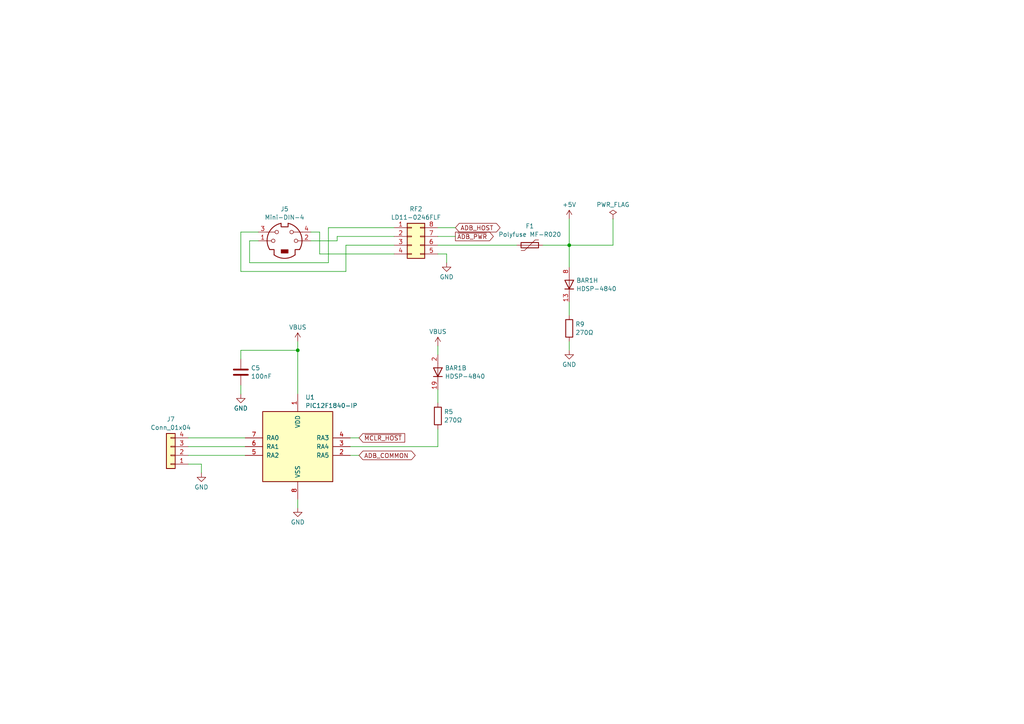
<source format=kicad_sch>
(kicad_sch (version 20230121) (generator eeschema)
  (paper "A4")
  (title_block (title "ADBDB") (date "2024-02-16") (rev "1.1") (company "68kmla") (comment 1 "https://github.com/demik/oldworld/blob/master/EDA/ADBDB/README.md"))
  (lib_symbols
    (symbol "Connector:Mini-DIN-4" (pin_names (offset 1.016))
      (property "Reference" "J" (at 0 6.35 0))
      (property "Value" "Mini-DIN-4" (at 0 -6.35 0))
      (symbol "Mini-DIN-4_0_1"
        (circle (center -3.302 0) (radius 0.508))
        (arc (start -3.048 -4.064) (mid 0 -5.08) (end 3.048 -4.064) (stroke (width 0.254)))
        (circle (center -2.032 2.54) (radius 0.508))
        (rectangle (start -1.016 -2.54) (end 1.016 -3.556) (fill (type outline)))
        (arc (start -1.016 5.08) (mid -4.6228 2.1214) (end -4.318 -2.54) (stroke (width 0.254)))
        (polyline (pts (xy -3.81 0) (xy -5.08 0)))
        (polyline (pts (xy -2.54 2.54) (xy -5.08 2.54)))
        (polyline (pts (xy 2.794 2.54) (xy 5.08 2.54)))
        (polyline (pts (xy 5.08 0) (xy 3.81 0)))
        (polyline (pts (xy -4.318 -2.54) (xy -3.048 -2.54) (xy -3.048 -4.064)) (stroke (width 0.254)))
        (polyline (pts (xy 4.318 -2.54) (xy 3.048 -2.54) (xy 3.048 -4.064)) (stroke (width 0.254)))
        (polyline (pts (xy -1.016 5.08) (xy -1.016 4.064) (xy 1.016 4.064) (xy 1.016 5.08)) (stroke (width 0.254)))
        (circle (center 2.286 2.54) (radius 0.508))
        (circle (center 3.302 0) (radius 0.508))
        (arc (start 4.318 -2.54) (mid 4.6661 2.1322) (end 1.016 5.08) (stroke (width 0.254)))
      )
      (symbol "Mini-DIN-4_1_1"
        (pin passive line (at 7.62 0 180) (length 2.54) (name "~") (number "1"))
        (pin passive line (at -7.62 0 0) (length 2.54) (name "~") (number "2"))
        (pin passive line (at 7.62 2.54 180) (length 2.54) (name "~") (number "3"))
        (pin passive line (at -7.62 2.54 0) (length 2.54) (name "~") (number "4"))
      )
    )
    (symbol "Connector_Generic:Conn_01x04" (pin_names (offset 1.016) hide)
      (property "Reference" "J" (at 0 5.08 0))
      (property "Value" "Conn_01x04" (at 0 -7.62 0))
      (symbol "Conn_01x04_1_1"
        (rectangle (start -1.27 -4.953) (end 0 -5.207) (stroke (width 0.1524)))
        (rectangle (start -1.27 -2.413) (end 0 -2.667) (stroke (width 0.1524)))
        (rectangle (start -1.27 0.127) (end 0 -0.127) (stroke (width 0.1524)))
        (rectangle (start -1.27 2.667) (end 0 2.413) (stroke (width 0.1524)))
        (rectangle (start -1.27 3.81) (end 1.27 -6.35) (stroke (width 0.254)) (fill (type background)))
        (pin passive line (at -5.08 2.54 0) (length 3.81) (name "Pin_1") (number "1"))
        (pin passive line (at -5.08 0 0) (length 3.81) (name "Pin_2") (number "2"))
        (pin passive line (at -5.08 -2.54 0) (length 3.81) (name "Pin_3") (number "3"))
        (pin passive line (at -5.08 -5.08 0) (length 3.81) (name "Pin_4") (number "4"))
      )
    )
    (symbol "Connector_Generic:Conn_02x04_Counter_Clockwise" (pin_names (offset 1.016) hide)
      (property "Reference" "J" (at 1.27 5.08 0))
      (property "Value" "Conn_02x04_Counter_Clockwise" (at 1.27 -7.62 0))
      (symbol "Conn_02x04_Counter_Clockwise_1_1"
        (rectangle (start -1.27 -4.953) (end 0 -5.207) (stroke (width 0.1524)))
        (rectangle (start -1.27 -2.413) (end 0 -2.667) (stroke (width 0.1524)))
        (rectangle (start -1.27 0.127) (end 0 -0.127) (stroke (width 0.1524)))
        (rectangle (start -1.27 2.667) (end 0 2.413) (stroke (width 0.1524)))
        (rectangle (start -1.27 3.81) (end 3.81 -6.35) (stroke (width 0.254)) (fill (type background)))
        (rectangle (start 3.81 -4.953) (end 2.54 -5.207) (stroke (width 0.1524)))
        (rectangle (start 3.81 -2.413) (end 2.54 -2.667) (stroke (width 0.1524)))
        (rectangle (start 3.81 0.127) (end 2.54 -0.127) (stroke (width 0.1524)))
        (rectangle (start 3.81 2.667) (end 2.54 2.413) (stroke (width 0.1524)))
        (pin passive line (at -5.08 2.54 0) (length 3.81) (name "Pin_1") (number "1"))
        (pin passive line (at -5.08 0 0) (length 3.81) (name "Pin_2") (number "2"))
        (pin passive line (at -5.08 -2.54 0) (length 3.81) (name "Pin_3") (number "3"))
        (pin passive line (at -5.08 -5.08 0) (length 3.81) (name "Pin_4") (number "4"))
        (pin passive line (at 7.62 -5.08 180) (length 3.81) (name "Pin_5") (number "5"))
        (pin passive line (at 7.62 -2.54 180) (length 3.81) (name "Pin_6") (number "6"))
        (pin passive line (at 7.62 0 180) (length 3.81) (name "Pin_7") (number "7"))
        (pin passive line (at 7.62 2.54 180) (length 3.81) (name "Pin_8") (number "8"))
      )
    )
    (symbol "Device:C" (pin_numbers hide) (pin_names (offset 0.254))
      (property "Reference" "C" (at 0.635 2.54 0))
      (property "Value" "C" (at 0.635 -2.54 0))
      (symbol "C_0_1"
        (polyline (pts (xy -2.032 -0.762) (xy 2.032 -0.762)) (stroke (width 0.508)))
        (polyline (pts (xy -2.032 0.762) (xy 2.032 0.762)) (stroke (width 0.508)))
      )
      (symbol "C_1_1"
        (pin passive line (at 0 3.81 270) (length 2.794) (name "~") (number "1"))
        (pin passive line (at 0 -3.81 90) (length 2.794) (name "~") (number "2"))
      )
    )
    (symbol "Device:Polyfuse" (pin_numbers hide) (pin_names (offset 0))
      (property "Reference" "F" (at -2.54 0 90))
      (property "Value" "Polyfuse" (at 2.54 0 90))
      (symbol "Polyfuse_0_1"
        (rectangle (start -0.762 2.54) (end 0.762 -2.54) (stroke (width 0.254)))
        (polyline (pts (xy 0 2.54) (xy 0 -2.54)))
        (polyline (pts (xy -1.524 2.54) (xy -1.524 1.524) (xy 1.524 -1.524) (xy 1.524 -2.54)))
      )
      (symbol "Polyfuse_1_1"
        (pin passive line (at 0 3.81 270) (length 1.27) (name "~") (number "1"))
        (pin passive line (at 0 -3.81 90) (length 1.27) (name "~") (number "2"))
      )
    )
    (symbol "Device:R" (pin_numbers hide) (pin_names (offset 0))
      (property "Reference" "R" (at 2.032 0 90))
      (property "Value" "R" (at 0 0 90))
      (symbol "R_0_1"
        (rectangle (start -1.016 -2.54) (end 1.016 2.54) (stroke (width 0.254)))
      )
      (symbol "R_1_1"
        (pin passive line (at 0 3.81 270) (length 1.27) (name "~") (number "1"))
        (pin passive line (at 0 -3.81 90) (length 1.27) (name "~") (number "2"))
      )
    )
    (symbol "LED:HDSP-4840" (pin_names (offset 1.016) hide)
      (property "Reference" "BAR" (at 0 3.81 0))
      (property "Value" "HDSP-4840" (at 0 -3.81 0))
      (symbol "HDSP-4840_0_1"
        (polyline (pts (xy -2.54 0) (xy 2.54 0)))
        (polyline (pts (xy 1.27 -1.27) (xy 1.27 1.27)) (stroke (width 0.254)))
        (polyline (pts (xy -1.27 1.27) (xy -1.27 -1.27) (xy 1.27 0) (xy -1.27 1.27)) (stroke (width 0.254)))
      )
      (symbol "HDSP-4840_1_1"
        (pin passive line (at -5.08 0 0) (length 2.54) (name "A") (number "1"))
        (pin passive line (at 5.08 0 180) (length 2.54) (name "K") (number "20"))
      )
      (symbol "HDSP-4840_2_1"
        (pin passive line (at 5.08 0 180) (length 2.54) (name "K") (number "19"))
        (pin passive line (at -5.08 0 0) (length 2.54) (name "A") (number "2"))
      )
      (symbol "HDSP-4840_3_1"
        (pin passive line (at 5.08 0 180) (length 2.54) (name "K") (number "18"))
        (pin passive line (at -5.08 0 0) (length 2.54) (name "A") (number "3"))
      )
      (symbol "HDSP-4840_4_1"
        (pin passive line (at 5.08 0 180) (length 2.54) (name "K") (number "17"))
        (pin passive line (at -5.08 0 0) (length 2.54) (name "A") (number "4"))
      )
      (symbol "HDSP-4840_5_1"
        (pin passive line (at 5.08 0 180) (length 2.54) (name "K") (number "16"))
        (pin passive line (at -5.08 0 0) (length 2.54) (name "A") (number "5"))
      )
      (symbol "HDSP-4840_6_1"
        (pin passive line (at 5.08 0 180) (length 2.54) (name "K") (number "15"))
        (pin passive line (at -5.08 0 0) (length 2.54) (name "A") (number "6"))
      )
      (symbol "HDSP-4840_7_1"
        (pin passive line (at 5.08 0 180) (length 2.54) (name "K") (number "14"))
        (pin passive line (at -5.08 0 0) (length 2.54) (name "A") (number "7"))
      )
      (symbol "HDSP-4840_8_1"
        (pin passive line (at 5.08 0 180) (length 2.54) (name "K") (number "13"))
        (pin passive line (at -5.08 0 0) (length 2.54) (name "A") (number "8"))
      )
      (symbol "HDSP-4840_9_1"
        (pin passive line (at 5.08 0 180) (length 2.54) (name "K") (number "12"))
        (pin passive line (at -5.08 0 0) (length 2.54) (name "A") (number "9"))
      )
      (symbol "HDSP-4840_10_1"
        (pin passive line (at -5.08 0 0) (length 2.54) (name "A") (number "10"))
        (pin passive line (at 5.08 0 180) (length 2.54) (name "K") (number "11"))
      )
    )
    (symbol "MCU_Microchip_PIC12:PIC12F1840-IP" (pin_names (offset 1.016))
      (property "Reference" "U" (at 1.27 13.97 0))
      (property "Value" "PIC12F1840-IP" (at 1.27 11.43 0))
      (symbol "PIC12F1840-IP_0_1"
        (rectangle (start 10.16 -10.16) (end -10.16 10.16) (stroke (width 0.254)) (fill (type background)))
      )
      (symbol "PIC12F1840-IP_1_1"
        (pin power_in line (at 0 15.24 270) (length 5.08) (name "VDD") (number "1"))
        (pin bidirectional line (at 15.24 -2.54 180) (length 5.08) (name "RA5") (number "2"))
        (pin bidirectional line (at 15.24 0 180) (length 5.08) (name "RA4") (number "3"))
        (pin input line (at 15.24 2.54 180) (length 5.08) (name "RA3") (number "4"))
        (pin bidirectional line (at -15.24 -2.54 0) (length 5.08) (name "RA2") (number "5"))
        (pin bidirectional line (at -15.24 0 0) (length 5.08) (name "RA1") (number "6"))
        (pin bidirectional line (at -15.24 2.54 0) (length 5.08) (name "RA0") (number "7"))
        (pin power_in line (at 0 -15.24 90) (length 5.08) (name "VSS") (number "8"))
      )
    )
    (symbol "power:+5V" (power) (pin_names (offset 0))
      (property "Value" "+5V" (at 0 3.556 0))
      (symbol "+5V_0_1"
        (polyline (pts (xy -0.762 1.27) (xy 0 2.54)))
        (polyline (pts (xy 0 0) (xy 0 2.54)))
        (polyline (pts (xy 0 2.54) (xy 0.762 1.27)))
      )
      (symbol "+5V_1_1"
        (pin power_in line (at 0 0 90) (length 0) hide (name "+5V") (number "1"))
      )
    )
    (symbol "power:GND" (power) (pin_names (offset 0))
      (property "Value" "GND" (at 0 -3.81 0))
      (symbol "GND_0_1"
        (polyline (pts (xy 0 0) (xy 0 -1.27) (xy 1.27 -1.27) (xy 0 -2.54) (xy -1.27 -1.27) (xy 0 -1.27)))
      )
      (symbol "GND_1_1"
        (pin power_in line (at 0 0 270) (length 0) hide (name "GND") (number "1"))
      )
    )
    (symbol "power:PWR_FLAG" (power) (pin_numbers hide) (pin_names (offset 0) hide)
      (property "Value" "PWR_FLAG" (at 0 3.81 0))
      (symbol "PWR_FLAG_0_0"
        (pin power_out line (at 0 0 90) (length 0) (name "pwr") (number "1"))
      )
      (symbol "PWR_FLAG_0_1"
        (polyline (pts (xy 0 0) (xy 0 1.27) (xy -1.016 1.905) (xy 0 2.54) (xy 1.016 1.905) (xy 0 1.27)))
      )
    )
    (symbol "power:VBUS" (power) (pin_names (offset 0))
      (property "Value" "VBUS" (at 0 3.81 0))
      (symbol "VBUS_0_1"
        (polyline (pts (xy -0.762 1.27) (xy 0 2.54)))
        (polyline (pts (xy 0 0) (xy 0 2.54)))
        (polyline (pts (xy 0 2.54) (xy 0.762 1.27)))
      )
      (symbol "VBUS_1_1"
        (pin power_in line (at 0 0 90) (length 0) hide (name "VBUS") (number "1"))
      )
    )
  )
  (junction (at 165.1 71.12))
  (junction (at 86.36 101.6))
  (wire (pts (xy 165.1 71.12) (xy 157.48 71.12)))
  (wire (pts (xy 97.79 68.58) (xy 114.3 68.58)))
  (wire (pts (xy 92.71 67.31) (xy 92.71 73.66)))
  (wire (pts (xy 127 66.04) (xy 132.08 66.04)))
  (wire (pts (xy 86.36 144.78) (xy 86.36 147.32)))
  (wire (pts (xy 97.79 69.85) (xy 97.79 68.58)))
  (wire (pts (xy 54.61 132.08) (xy 71.12 132.08)))
  (wire (pts (xy 100.33 71.12) (xy 100.33 78.74)))
  (wire (pts (xy 69.85 67.31) (xy 74.93 67.31)))
  (wire (pts (xy 69.85 111.76) (xy 69.85 114.3)))
  (wire (pts (xy 114.3 66.04) (xy 95.25 66.04)))
  (wire (pts (xy 86.36 101.6) (xy 69.85 101.6)))
  (wire (pts (xy 127 68.58) (xy 132.08 68.58)))
  (wire (pts (xy 101.6 132.08) (xy 104.14 132.08)))
  (wire (pts (xy 72.39 76.2) (xy 72.39 69.85)))
  (wire (pts (xy 129.54 76.2) (xy 129.54 73.66)))
  (wire (pts (xy 165.1 87.63) (xy 165.1 91.44)))
  (wire (pts (xy 114.3 71.12) (xy 100.33 71.12)))
  (wire (pts (xy 54.61 129.54) (xy 71.12 129.54)))
  (wire (pts (xy 127 129.54) (xy 101.6 129.54)))
  (wire (pts (xy 177.8 63.5) (xy 177.8 71.12)))
  (wire (pts (xy 127 124.46) (xy 127 129.54)))
  (wire (pts (xy 165.1 71.12) (xy 177.8 71.12)))
  (wire (pts (xy 86.36 99.06) (xy 86.36 101.6)))
  (wire (pts (xy 54.61 127) (xy 71.12 127)))
  (wire (pts (xy 92.71 73.66) (xy 114.3 73.66)))
  (wire (pts (xy 100.33 78.74) (xy 69.85 78.74)))
  (wire (pts (xy 95.25 76.2) (xy 72.39 76.2)))
  (wire (pts (xy 69.85 78.74) (xy 69.85 67.31)))
  (wire (pts (xy 58.42 134.62) (xy 54.61 134.62)))
  (wire (pts (xy 127 71.12) (xy 149.86 71.12)))
  (wire (pts (xy 165.1 71.12) (xy 165.1 77.47)))
  (wire (pts (xy 58.42 134.62) (xy 58.42 137.16)))
  (wire (pts (xy 90.17 67.31) (xy 92.71 67.31)))
  (wire (pts (xy 90.17 69.85) (xy 97.79 69.85)))
  (wire (pts (xy 165.1 99.06) (xy 165.1 101.6)))
  (wire (pts (xy 165.1 63.5) (xy 165.1 71.12)))
  (wire (pts (xy 69.85 101.6) (xy 69.85 104.14)))
  (wire (pts (xy 86.36 114.3) (xy 86.36 101.6)))
  (wire (pts (xy 127 100.33) (xy 127 102.87)))
  (wire (pts (xy 72.39 69.85) (xy 74.93 69.85)))
  (wire (pts (xy 127 113.03) (xy 127 116.84)))
  (wire (pts (xy 101.6 127) (xy 104.14 127)))
  (wire (pts (xy 95.25 66.04) (xy 95.25 76.2)))
  (wire (pts (xy 129.54 73.66) (xy 127 73.66)))
  (global_label "ADB_HOST" (shape bidirectional) (at 132.08 66.04 0) (property "Intersheetrefs" "${INTERSHEET_REFS}" (effects hide)))
  (global_label "~{ADB_PWR}" (shape output) (at 132.08 68.58 0) (property "Intersheetrefs" "${INTERSHEET_REFS}" (effects hide)))
  (global_label "ADB_COMMON" (shape bidirectional) (at 104.14 132.08 0) (property "Intersheetrefs" "${INTERSHEET_REFS}" (effects hide)))
  (global_label "~{MCLR_HOST}" (shape input) (at 104.14 127 0) (property "Intersheetrefs" "${INTERSHEET_REFS}" (effects hide)))
  (symbol (lib_id "power:GND") (at 69.85 114.3 0) (unit 1)
    (property "Reference" "#PWR026" (effects hide))
    (property "Value" "GND" (at 69.85 118.4331 0))
  )
  (symbol (lib_id "power:VBUS") (at 127 100.33 0) (unit 1)
    (property "Reference" "#PWR028" (effects hide))
    (property "Value" "VBUS" (at 127 96.1969 0))
  )
  (symbol (lib_id "Device:R") (at 127 120.65 0) (unit 1)
    (property "Reference" "R5" (at 128.778 119.4379 0) (effects (justify left)))
    (property "Value" "270Ω" (at 128.778 121.8621 0) (effects (justify left)))
    (property "Footprint" "Resistor_THT:R_Axial_DIN0207_L6.3mm_D2.5mm_P7.62mm_Horizontal" (effects hide))
  )
  (symbol (lib_id "power:GND") (at 129.54 76.2 0) (unit 1)
    (property "Reference" "#PWR011" (effects hide))
    (property "Value" "GND" (at 129.54 80.3331 0))
  )
  (symbol (lib_id "Device:R") (at 165.1 95.25 0) (unit 1)
    (property "Reference" "R9" (at 166.878 94.0379 0) (effects (justify left)))
    (property "Value" "270Ω" (at 166.878 96.4621 0) (effects (justify left)))
    (property "Footprint" "Resistor_THT:R_Axial_DIN0207_L6.3mm_D2.5mm_P7.62mm_Horizontal" (effects hide))
  )
  (symbol (lib_id "Connector:Mini-DIN-4") (at 82.55 69.85 0) (mirror y) (unit 1)
    (property "Reference" "J5" (at 82.5323 60.6257 0))
    (property "Value" "Mini-DIN-4" (at 82.5323 63.0499 0))
    (property "Footprint" "ADBDB:57491811" (effects hide))
    (property "Datasheet" "http://service.powerdynamics.com/ec/Catalog17/Section%2011.pdf" (effects hide))
  )
  (symbol (lib_id "LED:HDSP-4840") (at 165.1 82.55 270) (unit 8)
    (property "Reference" "BAR1" (at 167.132 81.3379 90) (effects (justify left)))
    (property "Value" "HDSP-4840" (at 167.132 83.7621 90) (effects (justify left)))
    (property "Footprint" "Display:HDSP-4840" (effects hide))
    (property "Datasheet" "https://docs.broadcom.com/docs/AV02-1798EN" (effects hide))
  )
  (symbol (lib_id "power:GND") (at 58.42 137.16 0) (unit 1)
    (property "Reference" "#PWR022" (effects hide))
    (property "Value" "GND" (at 58.42 141.2931 0))
  )
  (symbol (lib_id "power:PWR_FLAG") (at 177.8 63.5 0) (unit 1)
    (property "Reference" "#FLG02" (effects hide))
    (property "Value" "PWR_FLAG" (at 177.8 59.3669 0))
  )
  (symbol (lib_id "Device:C") (at 69.85 107.95 180) (unit 1)
    (property "Reference" "C5" (at 72.771 106.7379 0) (effects (justify right)))
    (property "Value" "100nF" (at 72.771 109.1621 0) (effects (justify right)))
    (property "Footprint" "Capacitor_THT:C_Disc_D4.3mm_W1.9mm_P5.00mm" (effects hide))
  )
  (symbol (lib_id "Connector_Generic:Conn_02x04_Counter_Clockwise") (at 119.38 68.58 0) (unit 1)
    (property "Reference" "RF2" (at 120.65 60.6257 0))
    (property "Value" "LD11-0246FLF" (at 120.65 63.0499 0))
    (property "Footprint" "Package_DIP:DIP-8_W7.62mm" (effects hide))
  )
  (symbol (lib_id "Connector_Generic:Conn_01x04") (at 49.53 132.08 180) (unit 1)
    (property "Reference" "J7" (at 49.53 121.5857 0))
    (property "Value" "Conn_01x04" (at 49.53 124.0099 0))
    (property "Footprint" "Connector_PinHeader_2.54mm:PinHeader_1x04_P2.54mm_Vertical" (effects hide))
  )
  (symbol (lib_id "power:GND") (at 86.36 147.32 0) (unit 1)
    (property "Reference" "#PWR029" (effects hide))
    (property "Value" "GND" (at 86.36 151.4531 0))
  )
  (symbol (lib_id "power:GND") (at 165.1 101.6 0) (unit 1)
    (property "Reference" "#PWR034" (effects hide))
    (property "Value" "GND" (at 165.1 105.7331 0))
  )
  (symbol (lib_id "power:+5V") (at 165.1 63.5 0) (unit 1)
    (property "Reference" "#PWR012" (effects hide))
    (property "Value" "+5V" (at 165.1 59.3669 0))
  )
  (symbol (lib_id "MCU_Microchip_PIC12:PIC12F1840-IP") (at 86.36 129.54 0) (unit 1)
    (property "Reference" "U1" (at 88.5541 115.2357 0) (effects (justify left)))
    (property "Value" "PIC12F1840-IP" (at 88.5541 117.6599 0) (effects (justify left)))
    (property "Footprint" "Package_DIP:DIP-8_W7.62mm" (effects hide))
    (property "Datasheet" "http://ww1.microchip.com/downloads/en/DeviceDoc/41441B.pdf" (effects hide))
  )
  (symbol (lib_id "Device:Polyfuse") (at 153.67 71.12 90) (unit 1)
    (property "Reference" "F1" (at 153.67 65.5787 90))
    (property "Value" "Polyfuse MF-R020" (at 153.67 68.0029 90))
    (property "Footprint" "Fuse:Fuse_Bourns_MF-RHT050" (effects hide))
  )
  (symbol (lib_id "power:VBUS") (at 86.36 99.06 0) (unit 1)
    (property "Reference" "#PWR027" (effects hide))
    (property "Value" "VBUS" (at 86.36 94.9269 0))
  )
  (symbol (lib_id "LED:HDSP-4840") (at 127 107.95 270) (unit 2)
    (property "Reference" "BAR1" (at 129.032 106.7379 90) (effects (justify left)))
    (property "Value" "HDSP-4840" (at 129.032 109.1621 90) (effects (justify left)))
    (property "Footprint" "Display:HDSP-4840" (effects hide))
    (property "Datasheet" "https://docs.broadcom.com/docs/AV02-1798EN" (effects hide))
  )
)
</source>
